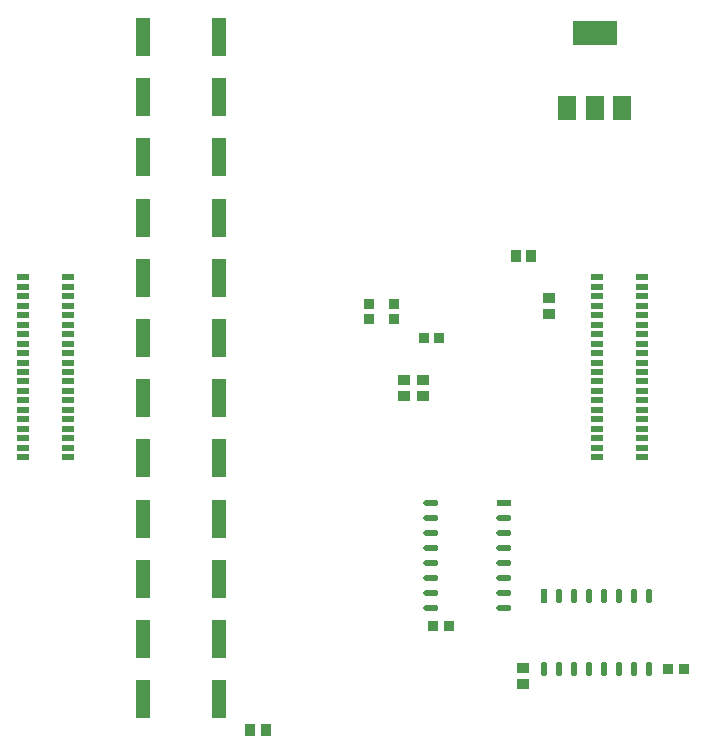
<source format=gbp>
G04*
G04 #@! TF.GenerationSoftware,Altium Limited,Altium Designer,20.0.11 (256)*
G04*
G04 Layer_Color=128*
%FSLAX25Y25*%
%MOIN*%
G70*
G01*
G75*
%ADD18R,0.03347X0.03740*%
%ADD19R,0.03740X0.03347*%
%ADD21R,0.03543X0.03937*%
%ADD22R,0.03937X0.03543*%
%ADD51R,0.04331X0.01968*%
%ADD52R,0.14961X0.07874*%
%ADD53R,0.05906X0.07874*%
%ADD54O,0.01968X0.05118*%
%ADD55R,0.01968X0.05118*%
%ADD56O,0.05118X0.01968*%
%ADD57R,0.05118X0.01968*%
%ADD58R,0.04900X0.12500*%
D18*
X145780Y137795D02*
D03*
X150898D02*
D03*
X227165Y27362D02*
D03*
X232283D02*
D03*
X154035Y41634D02*
D03*
X148917D02*
D03*
D19*
X127362Y149114D02*
D03*
Y143996D02*
D03*
X135630Y143898D02*
D03*
Y149016D02*
D03*
D21*
X87795Y6988D02*
D03*
X93110D02*
D03*
X176280Y165157D02*
D03*
X181594D02*
D03*
D22*
X178740Y22244D02*
D03*
Y27559D02*
D03*
X187598Y151083D02*
D03*
Y145768D02*
D03*
X139075Y118504D02*
D03*
Y123819D02*
D03*
X145275Y118504D02*
D03*
Y123819D02*
D03*
D51*
X27165Y98032D02*
D03*
X12205D02*
D03*
X27165Y101181D02*
D03*
X12205D02*
D03*
X27165Y104331D02*
D03*
X12205D02*
D03*
X27165Y107480D02*
D03*
X12205D02*
D03*
X27165Y110630D02*
D03*
X12205D02*
D03*
X27165Y113779D02*
D03*
X12205D02*
D03*
X27165Y116929D02*
D03*
X12205D02*
D03*
X27165Y120079D02*
D03*
X12205D02*
D03*
X27165Y123228D02*
D03*
X12205D02*
D03*
X27165Y126378D02*
D03*
X12205D02*
D03*
X27165Y129528D02*
D03*
X12205D02*
D03*
X27165Y132677D02*
D03*
X12205D02*
D03*
X27165Y135827D02*
D03*
X12205D02*
D03*
X27165Y138976D02*
D03*
X12205D02*
D03*
X27165Y142126D02*
D03*
X12205D02*
D03*
X27165Y145276D02*
D03*
X12205D02*
D03*
X27165Y148425D02*
D03*
X12205D02*
D03*
X27165Y151575D02*
D03*
X12205D02*
D03*
X27165Y154724D02*
D03*
X12205D02*
D03*
X27165Y157874D02*
D03*
X12205D02*
D03*
X218504Y98032D02*
D03*
X203543D02*
D03*
X218504Y101181D02*
D03*
X203543D02*
D03*
X218504Y104331D02*
D03*
X203543D02*
D03*
X218504Y107480D02*
D03*
X203543D02*
D03*
X218504Y110630D02*
D03*
X203543D02*
D03*
X218504Y113779D02*
D03*
X203543D02*
D03*
X218504Y116929D02*
D03*
X203543D02*
D03*
X218504Y120079D02*
D03*
X203543D02*
D03*
X218504Y123228D02*
D03*
X203543D02*
D03*
X218504Y126378D02*
D03*
X203543D02*
D03*
X218504Y129528D02*
D03*
X203543D02*
D03*
X218504Y132677D02*
D03*
X203543D02*
D03*
X218504Y135827D02*
D03*
X203543D02*
D03*
X218504Y138976D02*
D03*
X203543D02*
D03*
X218504Y142126D02*
D03*
X203543D02*
D03*
X218504Y145276D02*
D03*
X203543D02*
D03*
X218504Y148425D02*
D03*
X203543D02*
D03*
X218504Y151575D02*
D03*
X203543D02*
D03*
X218504Y154724D02*
D03*
X203543D02*
D03*
X218504Y157874D02*
D03*
X203543D02*
D03*
D52*
X202657Y239272D02*
D03*
D53*
X193602Y214469D02*
D03*
X202657D02*
D03*
X211713D02*
D03*
D54*
X220827Y27374D02*
D03*
X215827D02*
D03*
X210827D02*
D03*
X205827D02*
D03*
X200827D02*
D03*
X195827D02*
D03*
X190827D02*
D03*
X185827D02*
D03*
X220827Y51772D02*
D03*
X215827D02*
D03*
X210827D02*
D03*
X205827D02*
D03*
X200827D02*
D03*
X195827D02*
D03*
X190827D02*
D03*
D55*
X185827D02*
D03*
D56*
X148142Y47795D02*
D03*
Y52795D02*
D03*
Y57795D02*
D03*
Y62795D02*
D03*
Y67795D02*
D03*
Y72795D02*
D03*
Y77795D02*
D03*
Y82795D02*
D03*
X172539Y47795D02*
D03*
Y52795D02*
D03*
Y57795D02*
D03*
Y62795D02*
D03*
Y67795D02*
D03*
Y72795D02*
D03*
Y77795D02*
D03*
D57*
Y82795D02*
D03*
D58*
X52259Y238091D02*
D03*
X77359D02*
D03*
X52259Y218012D02*
D03*
X77359D02*
D03*
X52259Y197933D02*
D03*
X77359D02*
D03*
X52259Y177854D02*
D03*
X77359D02*
D03*
X52259Y157776D02*
D03*
X77359D02*
D03*
X52259Y137697D02*
D03*
X77359D02*
D03*
X52259Y117618D02*
D03*
X77359D02*
D03*
X52259Y97539D02*
D03*
X77359D02*
D03*
X52259Y77461D02*
D03*
X77359D02*
D03*
X52259Y57382D02*
D03*
X77359D02*
D03*
X52259Y37303D02*
D03*
X77359D02*
D03*
X52259Y17224D02*
D03*
X77359D02*
D03*
M02*

</source>
